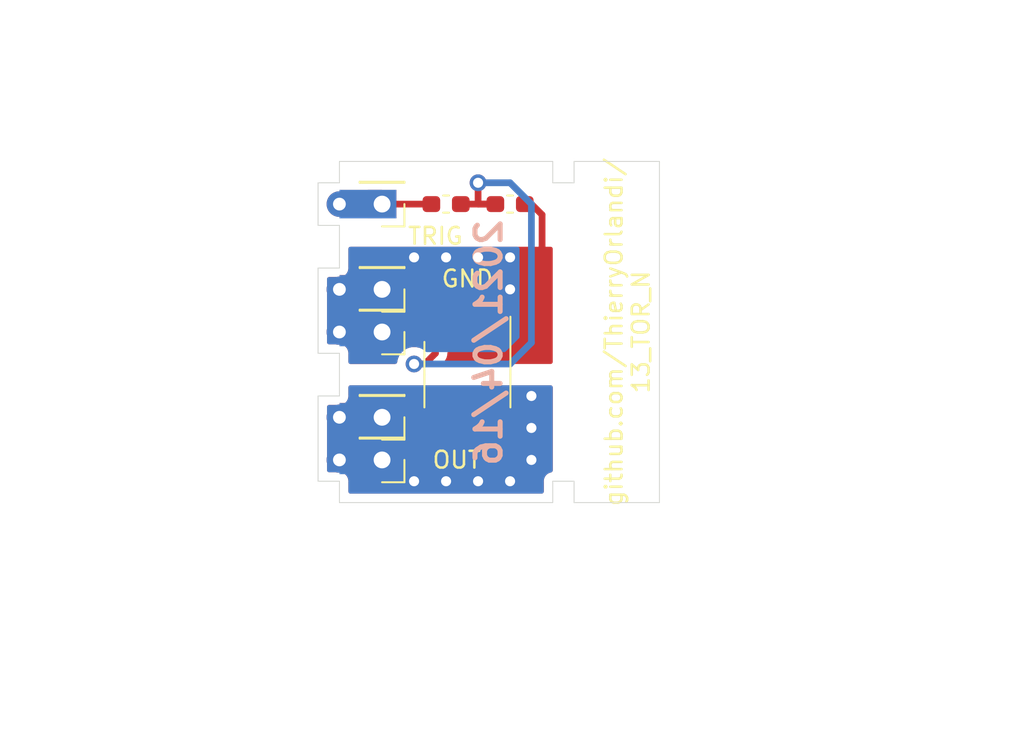
<source format=kicad_pcb>
(kicad_pcb (version 20171130) (host pcbnew "(5.1.9)-1")

  (general
    (thickness 1.6)
    (drawings 57)
    (tracks 76)
    (zones 0)
    (modules 15)
    (nets 5)
  )

  (page A4)
  (layers
    (0 F.Cu signal)
    (31 B.Cu signal)
    (32 B.Adhes user hide)
    (33 F.Adhes user hide)
    (34 B.Paste user hide)
    (35 F.Paste user hide)
    (36 B.SilkS user)
    (37 F.SilkS user)
    (38 B.Mask user hide)
    (39 F.Mask user hide)
    (40 Dwgs.User user hide)
    (41 Cmts.User user hide)
    (42 Eco1.User user)
    (43 Eco2.User user hide)
    (44 Edge.Cuts user)
    (45 Margin user hide)
    (46 B.CrtYd user hide)
    (47 F.CrtYd user)
    (48 B.Fab user hide)
    (49 F.Fab user hide)
  )

  (setup
    (last_trace_width 0.4)
    (trace_clearance 0.2)
    (zone_clearance 0.508)
    (zone_45_only no)
    (trace_min 0.2)
    (via_size 1)
    (via_drill 0.6)
    (via_min_size 0.4)
    (via_min_drill 0.3)
    (uvia_size 0.3)
    (uvia_drill 0.1)
    (uvias_allowed no)
    (uvia_min_size 0.2)
    (uvia_min_drill 0.1)
    (edge_width 0.05)
    (segment_width 0.2)
    (pcb_text_width 0.3)
    (pcb_text_size 1.5 1.5)
    (mod_edge_width 0.12)
    (mod_text_size 1 1)
    (mod_text_width 0.15)
    (pad_size 8.5 8.5)
    (pad_drill 4.3)
    (pad_to_mask_clearance 0.05)
    (aux_axis_origin 0 0)
    (grid_origin 104.14 78.74)
    (visible_elements 7FFFFF7F)
    (pcbplotparams
      (layerselection 0x310fc_ffffffff)
      (usegerberextensions false)
      (usegerberattributes true)
      (usegerberadvancedattributes true)
      (creategerberjobfile false)
      (excludeedgelayer false)
      (linewidth 0.100000)
      (plotframeref false)
      (viasonmask false)
      (mode 1)
      (useauxorigin true)
      (hpglpennumber 1)
      (hpglpenspeed 20)
      (hpglpendiameter 15.000000)
      (psnegative false)
      (psa4output false)
      (plotreference true)
      (plotvalue true)
      (plotinvisibletext false)
      (padsonsilk true)
      (subtractmaskfromsilk false)
      (outputformat 1)
      (mirror false)
      (drillshape 0)
      (scaleselection 1)
      (outputdirectory "gerbers/"))
  )

  (net 0 "")
  (net 1 TRIG)
  (net 2 OUT)
  (net 3 "Net-(Q1-Pad4)")
  (net 4 GND)

  (net_class Default "This is the default net class."
    (clearance 0.2)
    (trace_width 0.4)
    (via_dia 1)
    (via_drill 0.6)
    (uvia_dia 0.3)
    (uvia_drill 0.1)
    (add_net GND)
    (add_net "Net-(Q1-Pad4)")
    (add_net OUT)
    (add_net TRIG)
  )

  (net_class demi-gros ""
    (clearance 0.3)
    (trace_width 0.5)
    (via_dia 1)
    (via_drill 0.6)
    (uvia_dia 0.3)
    (uvia_drill 0.1)
  )

  (net_class gros ""
    (clearance 0.3)
    (trace_width 0.8)
    (via_dia 1)
    (via_drill 0.6)
    (uvia_dia 0.3)
    (uvia_drill 0.1)
  )

  (module Chimere:Castellated_conn (layer F.Cu) (tedit 5FD68FCB) (tstamp 606B86F1)
    (at 104.14 71.12 180)
    (descr "Through hole straight pin header, 1x01, 2.54mm pitch, single row + castellated hole")
    (tags "Through hole pin header THT 1x01 2.54mm single row castellated hole")
    (path /606CE97F)
    (fp_text reference J1 (at -3.175 0) (layer F.SilkS) hide
      (effects (font (size 1 1) (thickness 0.15)))
    )
    (fp_text value Conn_01x01 (at 8.89 0) (layer F.Fab)
      (effects (font (size 1 1) (thickness 0.15)))
    )
    (fp_line (start 3.81 -1.27) (end -1.8 -1.27) (layer F.CrtYd) (width 0.05))
    (fp_line (start 3.81 1.27) (end 3.81 -1.27) (layer F.CrtYd) (width 0.05))
    (fp_line (start -1.8 1.27) (end 3.81 1.27) (layer F.CrtYd) (width 0.05))
    (fp_line (start -1.8 -1.27) (end -1.8 1.27) (layer F.CrtYd) (width 0.05))
    (fp_line (start -1.33 -1.33) (end 0 -1.33) (layer F.SilkS) (width 0.12))
    (fp_line (start -1.33 0) (end -1.33 -1.33) (layer F.SilkS) (width 0.12))
    (fp_line (start -1.33 1.27) (end 1.33 1.27) (layer F.SilkS) (width 0.12))
    (fp_line (start 1.33 1.27) (end 1.33 1.33) (layer F.SilkS) (width 0.12))
    (fp_line (start -1.33 1.27) (end -1.33 1.33) (layer F.SilkS) (width 0.12))
    (fp_line (start -1.33 1.33) (end 1.33 1.33) (layer F.SilkS) (width 0.12))
    (fp_line (start -1.27 -0.635) (end -0.635 -1.27) (layer F.Fab) (width 0.1))
    (fp_line (start -1.27 1.27) (end -1.27 -0.635) (layer F.Fab) (width 0.1))
    (fp_line (start 1.27 1.27) (end -1.27 1.27) (layer F.Fab) (width 0.1))
    (fp_line (start 2.54 1.27) (end 1.27 1.27) (layer F.Fab) (width 0.1))
    (fp_line (start -0.635 -1.27) (end 2.54 -1.27) (layer F.Fab) (width 0.1))
    (fp_line (start 2.54 -1.905) (end 2.54 1.905) (layer F.Fab) (width 0.12))
    (fp_text user %R (at 0 0 180) (layer F.Fab)
      (effects (font (size 1 1) (thickness 0.15)))
    )
    (pad 1 smd rect (at 1.27 0 180) (size 2.524 1.7) (layers B.Cu F.Paste F.Mask)
      (net 4 GND))
    (pad 1 smd rect (at 1.27 0 180) (size 2.524 1.7) (layers F.Cu F.Paste F.Mask)
      (net 4 GND))
    (pad 1 thru_hole circle (at 2.54 0 180) (size 1.524 1.524) (drill 0.762) (layers *.Cu *.Mask)
      (net 4 GND))
    (pad 1 thru_hole rect (at 0 0 180) (size 1.7 1.7) (drill 1) (layers *.Cu *.Mask)
      (net 4 GND))
    (model ${KISYS3DMOD}/Connector_PinHeader_2.54mm.3dshapes/PinHeader_1x01_P2.54mm_Vertical.wrl
      (at (xyz 0 0 0))
      (scale (xyz 1 1 1))
      (rotate (xyz 0 0 0))
    )
  )

  (module Chimere:Castellated_conn (layer F.Cu) (tedit 5FD68FCB) (tstamp 606B870A)
    (at 104.14 63.5 180)
    (descr "Through hole straight pin header, 1x01, 2.54mm pitch, single row + castellated hole")
    (tags "Through hole pin header THT 1x01 2.54mm single row castellated hole")
    (path /606D5E52)
    (fp_text reference J2 (at -3.175 0) (layer F.SilkS) hide
      (effects (font (size 1 1) (thickness 0.15)))
    )
    (fp_text value Conn_01x01 (at 8.89 0) (layer F.Fab)
      (effects (font (size 1 1) (thickness 0.15)))
    )
    (fp_line (start 2.54 -1.905) (end 2.54 1.905) (layer F.Fab) (width 0.12))
    (fp_line (start -0.635 -1.27) (end 2.54 -1.27) (layer F.Fab) (width 0.1))
    (fp_line (start 2.54 1.27) (end 1.27 1.27) (layer F.Fab) (width 0.1))
    (fp_line (start 1.27 1.27) (end -1.27 1.27) (layer F.Fab) (width 0.1))
    (fp_line (start -1.27 1.27) (end -1.27 -0.635) (layer F.Fab) (width 0.1))
    (fp_line (start -1.27 -0.635) (end -0.635 -1.27) (layer F.Fab) (width 0.1))
    (fp_line (start -1.33 1.33) (end 1.33 1.33) (layer F.SilkS) (width 0.12))
    (fp_line (start -1.33 1.27) (end -1.33 1.33) (layer F.SilkS) (width 0.12))
    (fp_line (start 1.33 1.27) (end 1.33 1.33) (layer F.SilkS) (width 0.12))
    (fp_line (start -1.33 1.27) (end 1.33 1.27) (layer F.SilkS) (width 0.12))
    (fp_line (start -1.33 0) (end -1.33 -1.33) (layer F.SilkS) (width 0.12))
    (fp_line (start -1.33 -1.33) (end 0 -1.33) (layer F.SilkS) (width 0.12))
    (fp_line (start -1.8 -1.27) (end -1.8 1.27) (layer F.CrtYd) (width 0.05))
    (fp_line (start -1.8 1.27) (end 3.81 1.27) (layer F.CrtYd) (width 0.05))
    (fp_line (start 3.81 1.27) (end 3.81 -1.27) (layer F.CrtYd) (width 0.05))
    (fp_line (start 3.81 -1.27) (end -1.8 -1.27) (layer F.CrtYd) (width 0.05))
    (fp_text user %R (at 0 0 180) (layer F.Fab)
      (effects (font (size 1 1) (thickness 0.15)))
    )
    (pad 1 thru_hole rect (at 0 0 180) (size 1.7 1.7) (drill 1) (layers *.Cu *.Mask)
      (net 1 TRIG))
    (pad 1 thru_hole circle (at 2.54 0 180) (size 1.524 1.524) (drill 0.762) (layers *.Cu *.Mask)
      (net 1 TRIG))
    (pad 1 smd rect (at 1.27 0 180) (size 2.524 1.7) (layers F.Cu F.Paste F.Mask)
      (net 1 TRIG))
    (pad 1 smd rect (at 1.27 0 180) (size 2.524 1.7) (layers B.Cu F.Paste F.Mask)
      (net 1 TRIG))
    (model ${KISYS3DMOD}/Connector_PinHeader_2.54mm.3dshapes/PinHeader_1x01_P2.54mm_Vertical.wrl
      (at (xyz 0 0 0))
      (scale (xyz 1 1 1))
      (rotate (xyz 0 0 0))
    )
  )

  (module Chimere:Castellated_conn (layer F.Cu) (tedit 5FD68FCB) (tstamp 606B8723)
    (at 104.14 76.2 180)
    (descr "Through hole straight pin header, 1x01, 2.54mm pitch, single row + castellated hole")
    (tags "Through hole pin header THT 1x01 2.54mm single row castellated hole")
    (path /606CFC19)
    (fp_text reference J3 (at -3.175 0) (layer F.SilkS) hide
      (effects (font (size 1 1) (thickness 0.15)))
    )
    (fp_text value Conn_01x01 (at 8.89 0) (layer F.Fab)
      (effects (font (size 1 1) (thickness 0.15)))
    )
    (fp_line (start 2.54 -1.905) (end 2.54 1.905) (layer F.Fab) (width 0.12))
    (fp_line (start -0.635 -1.27) (end 2.54 -1.27) (layer F.Fab) (width 0.1))
    (fp_line (start 2.54 1.27) (end 1.27 1.27) (layer F.Fab) (width 0.1))
    (fp_line (start 1.27 1.27) (end -1.27 1.27) (layer F.Fab) (width 0.1))
    (fp_line (start -1.27 1.27) (end -1.27 -0.635) (layer F.Fab) (width 0.1))
    (fp_line (start -1.27 -0.635) (end -0.635 -1.27) (layer F.Fab) (width 0.1))
    (fp_line (start -1.33 1.33) (end 1.33 1.33) (layer F.SilkS) (width 0.12))
    (fp_line (start -1.33 1.27) (end -1.33 1.33) (layer F.SilkS) (width 0.12))
    (fp_line (start 1.33 1.27) (end 1.33 1.33) (layer F.SilkS) (width 0.12))
    (fp_line (start -1.33 1.27) (end 1.33 1.27) (layer F.SilkS) (width 0.12))
    (fp_line (start -1.33 0) (end -1.33 -1.33) (layer F.SilkS) (width 0.12))
    (fp_line (start -1.33 -1.33) (end 0 -1.33) (layer F.SilkS) (width 0.12))
    (fp_line (start -1.8 -1.27) (end -1.8 1.27) (layer F.CrtYd) (width 0.05))
    (fp_line (start -1.8 1.27) (end 3.81 1.27) (layer F.CrtYd) (width 0.05))
    (fp_line (start 3.81 1.27) (end 3.81 -1.27) (layer F.CrtYd) (width 0.05))
    (fp_line (start 3.81 -1.27) (end -1.8 -1.27) (layer F.CrtYd) (width 0.05))
    (fp_text user %R (at 0 0 180) (layer F.Fab)
      (effects (font (size 1 1) (thickness 0.15)))
    )
    (pad 1 thru_hole rect (at 0 0 180) (size 1.7 1.7) (drill 1) (layers *.Cu *.Mask)
      (net 2 OUT))
    (pad 1 thru_hole circle (at 2.54 0 180) (size 1.524 1.524) (drill 0.762) (layers *.Cu *.Mask)
      (net 2 OUT))
    (pad 1 smd rect (at 1.27 0 180) (size 2.524 1.7) (layers F.Cu F.Paste F.Mask)
      (net 2 OUT))
    (pad 1 smd rect (at 1.27 0 180) (size 2.524 1.7) (layers B.Cu F.Paste F.Mask)
      (net 2 OUT))
    (model ${KISYS3DMOD}/Connector_PinHeader_2.54mm.3dshapes/PinHeader_1x01_P2.54mm_Vertical.wrl
      (at (xyz 0 0 0))
      (scale (xyz 1 1 1))
      (rotate (xyz 0 0 0))
    )
  )

  (module Resistor_SMD:R_0603_1608Metric_Pad1.05x0.95mm_HandSolder (layer F.Cu) (tedit 5B301BBD) (tstamp 60787115)
    (at 111.76 63.5)
    (descr "Resistor SMD 0603 (1608 Metric), square (rectangular) end terminal, IPC_7351 nominal with elongated pad for handsoldering. (Body size source: http://www.tortai-tech.com/upload/download/2011102023233369053.pdf), generated with kicad-footprint-generator")
    (tags "resistor handsolder")
    (path /60784930)
    (attr smd)
    (fp_text reference R1 (at 0 -1.43) (layer F.SilkS) hide
      (effects (font (size 1 1) (thickness 0.15)))
    )
    (fp_text value 100k (at 0 1.43) (layer F.Fab)
      (effects (font (size 1 1) (thickness 0.15)))
    )
    (fp_line (start -0.8 0.4) (end -0.8 -0.4) (layer F.Fab) (width 0.1))
    (fp_line (start -0.8 -0.4) (end 0.8 -0.4) (layer F.Fab) (width 0.1))
    (fp_line (start 0.8 -0.4) (end 0.8 0.4) (layer F.Fab) (width 0.1))
    (fp_line (start 0.8 0.4) (end -0.8 0.4) (layer F.Fab) (width 0.1))
    (fp_line (start -0.171267 -0.51) (end 0.171267 -0.51) (layer F.SilkS) (width 0.12))
    (fp_line (start -0.171267 0.51) (end 0.171267 0.51) (layer F.SilkS) (width 0.12))
    (fp_line (start -1.65 0.73) (end -1.65 -0.73) (layer F.CrtYd) (width 0.05))
    (fp_line (start -1.65 -0.73) (end 1.65 -0.73) (layer F.CrtYd) (width 0.05))
    (fp_line (start 1.65 -0.73) (end 1.65 0.73) (layer F.CrtYd) (width 0.05))
    (fp_line (start 1.65 0.73) (end -1.65 0.73) (layer F.CrtYd) (width 0.05))
    (fp_text user %R (at 0 0) (layer F.Fab)
      (effects (font (size 0.4 0.4) (thickness 0.06)))
    )
    (pad 1 smd roundrect (at -0.875 0) (size 1.05 0.95) (layers F.Cu F.Paste F.Mask) (roundrect_rratio 0.25)
      (net 3 "Net-(Q1-Pad4)"))
    (pad 2 smd roundrect (at 0.875 0) (size 1.05 0.95) (layers F.Cu F.Paste F.Mask) (roundrect_rratio 0.25)
      (net 4 GND))
    (model ${KISYS3DMOD}/Resistor_SMD.3dshapes/R_0603_1608Metric.wrl
      (at (xyz 0 0 0))
      (scale (xyz 1 1 1))
      (rotate (xyz 0 0 0))
    )
  )

  (module Resistor_SMD:R_0603_1608Metric_Pad1.05x0.95mm_HandSolder (layer F.Cu) (tedit 5B301BBD) (tstamp 60787126)
    (at 107.95 63.5)
    (descr "Resistor SMD 0603 (1608 Metric), square (rectangular) end terminal, IPC_7351 nominal with elongated pad for handsoldering. (Body size source: http://www.tortai-tech.com/upload/download/2011102023233369053.pdf), generated with kicad-footprint-generator")
    (tags "resistor handsolder")
    (path /60785BC5)
    (attr smd)
    (fp_text reference R2 (at 0 -1.43) (layer F.SilkS) hide
      (effects (font (size 1 1) (thickness 0.15)))
    )
    (fp_text value 100 (at 0 1.43) (layer F.Fab)
      (effects (font (size 1 1) (thickness 0.15)))
    )
    (fp_line (start 1.65 0.73) (end -1.65 0.73) (layer F.CrtYd) (width 0.05))
    (fp_line (start 1.65 -0.73) (end 1.65 0.73) (layer F.CrtYd) (width 0.05))
    (fp_line (start -1.65 -0.73) (end 1.65 -0.73) (layer F.CrtYd) (width 0.05))
    (fp_line (start -1.65 0.73) (end -1.65 -0.73) (layer F.CrtYd) (width 0.05))
    (fp_line (start -0.171267 0.51) (end 0.171267 0.51) (layer F.SilkS) (width 0.12))
    (fp_line (start -0.171267 -0.51) (end 0.171267 -0.51) (layer F.SilkS) (width 0.12))
    (fp_line (start 0.8 0.4) (end -0.8 0.4) (layer F.Fab) (width 0.1))
    (fp_line (start 0.8 -0.4) (end 0.8 0.4) (layer F.Fab) (width 0.1))
    (fp_line (start -0.8 -0.4) (end 0.8 -0.4) (layer F.Fab) (width 0.1))
    (fp_line (start -0.8 0.4) (end -0.8 -0.4) (layer F.Fab) (width 0.1))
    (fp_text user %R (at 0 0) (layer F.Fab)
      (effects (font (size 0.4 0.4) (thickness 0.06)))
    )
    (pad 2 smd roundrect (at 0.875 0) (size 1.05 0.95) (layers F.Cu F.Paste F.Mask) (roundrect_rratio 0.25)
      (net 3 "Net-(Q1-Pad4)"))
    (pad 1 smd roundrect (at -0.875 0) (size 1.05 0.95) (layers F.Cu F.Paste F.Mask) (roundrect_rratio 0.25)
      (net 1 TRIG))
    (model ${KISYS3DMOD}/Resistor_SMD.3dshapes/R_0603_1608Metric.wrl
      (at (xyz 0 0 0))
      (scale (xyz 1 1 1))
      (rotate (xyz 0 0 0))
    )
  )

  (module Chimere:Castellated_conn (layer F.Cu) (tedit 5FD68FCB) (tstamp 60787447)
    (at 104.14 68.58 180)
    (descr "Through hole straight pin header, 1x01, 2.54mm pitch, single row + castellated hole")
    (tags "Through hole pin header THT 1x01 2.54mm single row castellated hole")
    (path /6079BCA3)
    (fp_text reference J4 (at -3.175 0) (layer F.SilkS) hide
      (effects (font (size 1 1) (thickness 0.15)))
    )
    (fp_text value Conn_01x01 (at 8.89 0) (layer F.Fab)
      (effects (font (size 1 1) (thickness 0.15)))
    )
    (fp_line (start 3.81 -1.27) (end -1.8 -1.27) (layer F.CrtYd) (width 0.05))
    (fp_line (start 3.81 1.27) (end 3.81 -1.27) (layer F.CrtYd) (width 0.05))
    (fp_line (start -1.8 1.27) (end 3.81 1.27) (layer F.CrtYd) (width 0.05))
    (fp_line (start -1.8 -1.27) (end -1.8 1.27) (layer F.CrtYd) (width 0.05))
    (fp_line (start -1.33 -1.33) (end 0 -1.33) (layer F.SilkS) (width 0.12))
    (fp_line (start -1.33 0) (end -1.33 -1.33) (layer F.SilkS) (width 0.12))
    (fp_line (start -1.33 1.27) (end 1.33 1.27) (layer F.SilkS) (width 0.12))
    (fp_line (start 1.33 1.27) (end 1.33 1.33) (layer F.SilkS) (width 0.12))
    (fp_line (start -1.33 1.27) (end -1.33 1.33) (layer F.SilkS) (width 0.12))
    (fp_line (start -1.33 1.33) (end 1.33 1.33) (layer F.SilkS) (width 0.12))
    (fp_line (start -1.27 -0.635) (end -0.635 -1.27) (layer F.Fab) (width 0.1))
    (fp_line (start -1.27 1.27) (end -1.27 -0.635) (layer F.Fab) (width 0.1))
    (fp_line (start 1.27 1.27) (end -1.27 1.27) (layer F.Fab) (width 0.1))
    (fp_line (start 2.54 1.27) (end 1.27 1.27) (layer F.Fab) (width 0.1))
    (fp_line (start -0.635 -1.27) (end 2.54 -1.27) (layer F.Fab) (width 0.1))
    (fp_line (start 2.54 -1.905) (end 2.54 1.905) (layer F.Fab) (width 0.12))
    (fp_text user %R (at 0 0 180) (layer F.Fab)
      (effects (font (size 1 1) (thickness 0.15)))
    )
    (pad 1 smd rect (at 1.27 0 180) (size 2.524 1.7) (layers B.Cu F.Paste F.Mask)
      (net 4 GND))
    (pad 1 smd rect (at 1.27 0 180) (size 2.524 1.7) (layers F.Cu F.Paste F.Mask)
      (net 4 GND))
    (pad 1 thru_hole circle (at 2.54 0 180) (size 1.524 1.524) (drill 0.762) (layers *.Cu *.Mask)
      (net 4 GND))
    (pad 1 thru_hole rect (at 0 0 180) (size 1.7 1.7) (drill 1) (layers *.Cu *.Mask)
      (net 4 GND))
    (model ${KISYS3DMOD}/Connector_PinHeader_2.54mm.3dshapes/PinHeader_1x01_P2.54mm_Vertical.wrl
      (at (xyz 0 0 0))
      (scale (xyz 1 1 1))
      (rotate (xyz 0 0 0))
    )
  )

  (module Chimere:Castellated_conn (layer F.Cu) (tedit 5FD68FCB) (tstamp 60787460)
    (at 104.14 78.74 180)
    (descr "Through hole straight pin header, 1x01, 2.54mm pitch, single row + castellated hole")
    (tags "Through hole pin header THT 1x01 2.54mm single row castellated hole")
    (path /6079B82F)
    (fp_text reference J5 (at -3.175 0) (layer F.SilkS) hide
      (effects (font (size 1 1) (thickness 0.15)))
    )
    (fp_text value Conn_01x01 (at 8.89 0) (layer F.Fab)
      (effects (font (size 1 1) (thickness 0.15)))
    )
    (fp_line (start 2.54 -1.905) (end 2.54 1.905) (layer F.Fab) (width 0.12))
    (fp_line (start -0.635 -1.27) (end 2.54 -1.27) (layer F.Fab) (width 0.1))
    (fp_line (start 2.54 1.27) (end 1.27 1.27) (layer F.Fab) (width 0.1))
    (fp_line (start 1.27 1.27) (end -1.27 1.27) (layer F.Fab) (width 0.1))
    (fp_line (start -1.27 1.27) (end -1.27 -0.635) (layer F.Fab) (width 0.1))
    (fp_line (start -1.27 -0.635) (end -0.635 -1.27) (layer F.Fab) (width 0.1))
    (fp_line (start -1.33 1.33) (end 1.33 1.33) (layer F.SilkS) (width 0.12))
    (fp_line (start -1.33 1.27) (end -1.33 1.33) (layer F.SilkS) (width 0.12))
    (fp_line (start 1.33 1.27) (end 1.33 1.33) (layer F.SilkS) (width 0.12))
    (fp_line (start -1.33 1.27) (end 1.33 1.27) (layer F.SilkS) (width 0.12))
    (fp_line (start -1.33 0) (end -1.33 -1.33) (layer F.SilkS) (width 0.12))
    (fp_line (start -1.33 -1.33) (end 0 -1.33) (layer F.SilkS) (width 0.12))
    (fp_line (start -1.8 -1.27) (end -1.8 1.27) (layer F.CrtYd) (width 0.05))
    (fp_line (start -1.8 1.27) (end 3.81 1.27) (layer F.CrtYd) (width 0.05))
    (fp_line (start 3.81 1.27) (end 3.81 -1.27) (layer F.CrtYd) (width 0.05))
    (fp_line (start 3.81 -1.27) (end -1.8 -1.27) (layer F.CrtYd) (width 0.05))
    (fp_text user %R (at 0 0 180) (layer F.Fab)
      (effects (font (size 1 1) (thickness 0.15)))
    )
    (pad 1 thru_hole rect (at 0 0 180) (size 1.7 1.7) (drill 1) (layers *.Cu *.Mask)
      (net 2 OUT))
    (pad 1 thru_hole circle (at 2.54 0 180) (size 1.524 1.524) (drill 0.762) (layers *.Cu *.Mask)
      (net 2 OUT))
    (pad 1 smd rect (at 1.27 0 180) (size 2.524 1.7) (layers F.Cu F.Paste F.Mask)
      (net 2 OUT))
    (pad 1 smd rect (at 1.27 0 180) (size 2.524 1.7) (layers B.Cu F.Paste F.Mask)
      (net 2 OUT))
    (model ${KISYS3DMOD}/Connector_PinHeader_2.54mm.3dshapes/PinHeader_1x01_P2.54mm_Vertical.wrl
      (at (xyz 0 0 0))
      (scale (xyz 1 1 1))
      (rotate (xyz 0 0 0))
    )
  )

  (module Chimere:trou (layer F.Cu) (tedit 60783A84) (tstamp 60787E35)
    (at 115.57 63.5)
    (path /607A1C81)
    (fp_text reference H1 (at 0 0.5) (layer F.SilkS) hide
      (effects (font (size 1 1) (thickness 0.15)))
    )
    (fp_text value percage (at 0 -0.5) (layer F.Fab) hide
      (effects (font (size 1 1) (thickness 0.15)))
    )
    (pad "" np_thru_hole circle (at 0 0) (size 1 1) (drill 1) (layers *.Cu *.Mask))
  )

  (module Chimere:trou (layer F.Cu) (tedit 60783A84) (tstamp 60787E3A)
    (at 115.57 66.04)
    (path /607A3C27)
    (fp_text reference H2 (at 0 0.5) (layer F.SilkS) hide
      (effects (font (size 1 1) (thickness 0.15)))
    )
    (fp_text value percage (at 0 -0.5) (layer F.Fab) hide
      (effects (font (size 1 1) (thickness 0.15)))
    )
    (pad "" np_thru_hole circle (at 0 0) (size 1 1) (drill 1) (layers *.Cu *.Mask))
  )

  (module Chimere:trou (layer F.Cu) (tedit 60783A84) (tstamp 60787E44)
    (at 115.57 78.74)
    (path /607A5036)
    (fp_text reference H4 (at 0 0.5) (layer F.SilkS) hide
      (effects (font (size 1 1) (thickness 0.15)))
    )
    (fp_text value percage (at 0 -0.5) (layer F.Fab) hide
      (effects (font (size 1 1) (thickness 0.15)))
    )
    (pad "" np_thru_hole circle (at 0 0) (size 1 1) (drill 1) (layers *.Cu *.Mask))
  )

  (module Chimere:trou (layer F.Cu) (tedit 60783A84) (tstamp 60787E49)
    (at 115.57 71.12)
    (path /607A3404)
    (fp_text reference H5 (at 0 0.5) (layer F.SilkS) hide
      (effects (font (size 1 1) (thickness 0.15)))
    )
    (fp_text value percage (at 0 -0.5) (layer F.Fab) hide
      (effects (font (size 1 1) (thickness 0.15)))
    )
    (pad "" np_thru_hole circle (at 0 0) (size 1 1) (drill 1) (layers *.Cu *.Mask))
  )

  (module Chimere:trou (layer F.Cu) (tedit 60783A84) (tstamp 60787E4E)
    (at 115.57 76.2)
    (path /607A3C2D)
    (fp_text reference H6 (at 0 0.5) (layer F.SilkS) hide
      (effects (font (size 1 1) (thickness 0.15)))
    )
    (fp_text value percage (at 0 -0.5) (layer F.Fab) hide
      (effects (font (size 1 1) (thickness 0.15)))
    )
    (pad "" np_thru_hole circle (at 0 0) (size 1 1) (drill 1) (layers *.Cu *.Mask))
  )

  (module Chimere:trou (layer F.Cu) (tedit 60783A84) (tstamp 60787E53)
    (at 115.57 68.58)
    (path /607A5030)
    (fp_text reference H7 (at 0 0.5) (layer F.SilkS) hide
      (effects (font (size 1 1) (thickness 0.15)))
    )
    (fp_text value percage (at 0 -0.5) (layer F.Fab) hide
      (effects (font (size 1 1) (thickness 0.15)))
    )
    (pad "" np_thru_hole circle (at 0 0) (size 1 1) (drill 1) (layers *.Cu *.Mask))
  )

  (module Chimere:trou (layer F.Cu) (tedit 60783A84) (tstamp 60787E58)
    (at 115.57 73.66)
    (path /607A503C)
    (fp_text reference H8 (at 0 0.5) (layer F.SilkS) hide
      (effects (font (size 1 1) (thickness 0.15)))
    )
    (fp_text value percage (at 0 -0.5) (layer F.Fab) hide
      (effects (font (size 1 1) (thickness 0.15)))
    )
    (pad "" np_thru_hole circle (at 0 0) (size 1 1) (drill 1) (layers *.Cu *.Mask))
  )

  (module Package_SO:SOIC-8_3.9x4.9mm_P1.27mm (layer F.Cu) (tedit 5D9F72B1) (tstamp 60791E40)
    (at 109.22 73.66 270)
    (descr "SOIC, 8 Pin (JEDEC MS-012AA, https://www.analog.com/media/en/package-pcb-resources/package/pkg_pdf/soic_narrow-r/r_8.pdf), generated with kicad-footprint-generator ipc_gullwing_generator.py")
    (tags "SOIC SO")
    (path /6078CBA9)
    (attr smd)
    (fp_text reference Q1 (at 0 -3.4 90) (layer F.SilkS) hide
      (effects (font (size 1 1) (thickness 0.15)))
    )
    (fp_text value FDS8884 (at 0 3.4 90) (layer F.Fab)
      (effects (font (size 1 1) (thickness 0.15)))
    )
    (fp_line (start 3.7 -2.7) (end -3.7 -2.7) (layer F.CrtYd) (width 0.05))
    (fp_line (start 3.7 2.7) (end 3.7 -2.7) (layer F.CrtYd) (width 0.05))
    (fp_line (start -3.7 2.7) (end 3.7 2.7) (layer F.CrtYd) (width 0.05))
    (fp_line (start -3.7 -2.7) (end -3.7 2.7) (layer F.CrtYd) (width 0.05))
    (fp_line (start -1.95 -1.475) (end -0.975 -2.45) (layer F.Fab) (width 0.1))
    (fp_line (start -1.95 2.45) (end -1.95 -1.475) (layer F.Fab) (width 0.1))
    (fp_line (start 1.95 2.45) (end -1.95 2.45) (layer F.Fab) (width 0.1))
    (fp_line (start 1.95 -2.45) (end 1.95 2.45) (layer F.Fab) (width 0.1))
    (fp_line (start -0.975 -2.45) (end 1.95 -2.45) (layer F.Fab) (width 0.1))
    (fp_line (start 0 -2.56) (end -3.45 -2.56) (layer F.SilkS) (width 0.12))
    (fp_line (start 0 -2.56) (end 1.95 -2.56) (layer F.SilkS) (width 0.12))
    (fp_line (start 0 2.56) (end -1.95 2.56) (layer F.SilkS) (width 0.12))
    (fp_line (start 0 2.56) (end 1.95 2.56) (layer F.SilkS) (width 0.12))
    (fp_text user %R (at 0 0 90) (layer F.Fab)
      (effects (font (size 0.98 0.98) (thickness 0.15)))
    )
    (pad 1 smd roundrect (at -2.475 -1.905 270) (size 1.95 0.6) (layers F.Cu F.Paste F.Mask) (roundrect_rratio 0.25)
      (net 4 GND))
    (pad 2 smd roundrect (at -2.475 -0.635 270) (size 1.95 0.6) (layers F.Cu F.Paste F.Mask) (roundrect_rratio 0.25)
      (net 4 GND))
    (pad 3 smd roundrect (at -2.475 0.635 270) (size 1.95 0.6) (layers F.Cu F.Paste F.Mask) (roundrect_rratio 0.25)
      (net 4 GND))
    (pad 4 smd roundrect (at -2.475 1.905 270) (size 1.95 0.6) (layers F.Cu F.Paste F.Mask) (roundrect_rratio 0.25)
      (net 3 "Net-(Q1-Pad4)"))
    (pad 5 smd roundrect (at 2.475 1.905 270) (size 1.95 0.6) (layers F.Cu F.Paste F.Mask) (roundrect_rratio 0.25)
      (net 2 OUT))
    (pad 6 smd roundrect (at 2.475 0.635 270) (size 1.95 0.6) (layers F.Cu F.Paste F.Mask) (roundrect_rratio 0.25)
      (net 2 OUT))
    (pad 7 smd roundrect (at 2.475 -0.635 270) (size 1.95 0.6) (layers F.Cu F.Paste F.Mask) (roundrect_rratio 0.25)
      (net 2 OUT))
    (pad 8 smd roundrect (at 2.475 -1.905 270) (size 1.95 0.6) (layers F.Cu F.Paste F.Mask) (roundrect_rratio 0.25)
      (net 2 OUT))
    (model ${KISYS3DMOD}/Package_SO.3dshapes/SOIC-8_3.9x4.9mm_P1.27mm.wrl
      (at (xyz 0 0 0))
      (scale (xyz 1 1 1))
      (rotate (xyz 0 0 0))
    )
  )

  (dimension 5.08 (width 0.15) (layer Eco1.User)
    (gr_text "5,080 mm" (at 118.11 96.55) (layer Eco1.User)
      (effects (font (size 1 1) (thickness 0.15)))
    )
    (feature1 (pts (xy 120.65 81.915) (xy 120.65 95.836421)))
    (feature2 (pts (xy 115.57 81.915) (xy 115.57 95.836421)))
    (crossbar (pts (xy 115.57 95.25) (xy 120.65 95.25)))
    (arrow1a (pts (xy 120.65 95.25) (xy 119.523496 95.836421)))
    (arrow1b (pts (xy 120.65 95.25) (xy 119.523496 94.663579)))
    (arrow2a (pts (xy 115.57 95.25) (xy 116.696504 95.836421)))
    (arrow2b (pts (xy 115.57 95.25) (xy 116.696504 94.663579)))
  )
  (dimension 1.27 (width 0.15) (layer Eco1.User)
    (gr_text "1,270 mm" (at 114.935 86.39) (layer Eco1.User)
      (effects (font (size 1 1) (thickness 0.15)))
    )
    (feature1 (pts (xy 114.3 82.55) (xy 114.3 85.676421)))
    (feature2 (pts (xy 115.57 82.55) (xy 115.57 85.676421)))
    (crossbar (pts (xy 115.57 85.09) (xy 114.3 85.09)))
    (arrow1a (pts (xy 114.3 85.09) (xy 115.426504 84.503579)))
    (arrow1b (pts (xy 114.3 85.09) (xy 115.426504 85.676421)))
    (arrow2a (pts (xy 115.57 85.09) (xy 114.443496 84.503579)))
    (arrow2b (pts (xy 115.57 85.09) (xy 114.443496 85.676421)))
  )
  (gr_line (start 115.57 60.96) (end 120.65 60.96) (layer Edge.Cuts) (width 0.05) (tstamp 60787A40))
  (gr_line (start 115.57 62.23) (end 115.57 60.96) (layer Edge.Cuts) (width 0.05))
  (gr_line (start 114.3 62.23) (end 115.57 62.23) (layer Edge.Cuts) (width 0.05))
  (gr_line (start 114.3 60.96) (end 114.3 62.23) (layer Edge.Cuts) (width 0.05))
  (gr_line (start 115.57 81.28) (end 120.65 81.28) (layer Edge.Cuts) (width 0.05) (tstamp 60787A3B))
  (gr_line (start 115.57 80.01) (end 115.57 81.28) (layer Edge.Cuts) (width 0.05))
  (gr_line (start 114.3 80.01) (end 115.57 80.01) (layer Edge.Cuts) (width 0.05))
  (gr_line (start 114.3 81.28) (end 114.3 80.01) (layer Edge.Cuts) (width 0.05))
  (gr_line (start 114.3 60.325) (end 114.3 82.55) (layer Eco1.User) (width 0.15))
  (dimension 1.27 (width 0.15) (layer Eco1.User)
    (gr_text "1,270 mm" (at 92.68 61.595 90) (layer Eco1.User)
      (effects (font (size 1 1) (thickness 0.15)))
    )
    (feature1 (pts (xy 99.06 60.96) (xy 93.393579 60.96)))
    (feature2 (pts (xy 99.06 62.23) (xy 93.393579 62.23)))
    (crossbar (pts (xy 93.98 62.23) (xy 93.98 60.96)))
    (arrow1a (pts (xy 93.98 60.96) (xy 94.566421 62.086504)))
    (arrow1b (pts (xy 93.98 60.96) (xy 93.393579 62.086504)))
    (arrow2a (pts (xy 93.98 62.23) (xy 94.566421 61.103496)))
    (arrow2b (pts (xy 93.98 62.23) (xy 93.393579 61.103496)))
  )
  (dimension 2.54 (width 0.15) (layer Eco1.User)
    (gr_text "2,540 mm" (at 90.14 63.5 90) (layer Eco1.User)
      (effects (font (size 1 1) (thickness 0.15)))
    )
    (feature1 (pts (xy 99.06 62.23) (xy 90.853579 62.23)))
    (feature2 (pts (xy 99.06 64.77) (xy 90.853579 64.77)))
    (crossbar (pts (xy 91.44 64.77) (xy 91.44 62.23)))
    (arrow1a (pts (xy 91.44 62.23) (xy 92.026421 63.356504)))
    (arrow1b (pts (xy 91.44 62.23) (xy 90.853579 63.356504)))
    (arrow2a (pts (xy 91.44 64.77) (xy 92.026421 63.643496)))
    (arrow2b (pts (xy 91.44 64.77) (xy 90.853579 63.643496)))
  )
  (dimension 2.54 (width 0.15) (layer Eco1.User)
    (gr_text "2,540 mm" (at 96.49 66.04 90) (layer Eco1.User)
      (effects (font (size 1 1) (thickness 0.15)))
    )
    (feature1 (pts (xy 99.06 64.77) (xy 97.203579 64.77)))
    (feature2 (pts (xy 99.06 67.31) (xy 97.203579 67.31)))
    (crossbar (pts (xy 97.79 67.31) (xy 97.79 64.77)))
    (arrow1a (pts (xy 97.79 64.77) (xy 98.376421 65.896504)))
    (arrow1b (pts (xy 97.79 64.77) (xy 97.203579 65.896504)))
    (arrow2a (pts (xy 97.79 67.31) (xy 98.376421 66.183496)))
    (arrow2b (pts (xy 97.79 67.31) (xy 97.203579 66.183496)))
  )
  (dimension 5.08 (width 0.15) (layer Eco1.User)
    (gr_text "5,080 mm" (at 85.06 69.85 90) (layer Eco1.User)
      (effects (font (size 1 1) (thickness 0.15)))
    )
    (feature1 (pts (xy 99.06 67.31) (xy 85.773579 67.31)))
    (feature2 (pts (xy 99.06 72.39) (xy 85.773579 72.39)))
    (crossbar (pts (xy 86.36 72.39) (xy 86.36 67.31)))
    (arrow1a (pts (xy 86.36 67.31) (xy 86.946421 68.436504)))
    (arrow1b (pts (xy 86.36 67.31) (xy 85.773579 68.436504)))
    (arrow2a (pts (xy 86.36 72.39) (xy 86.946421 71.263496)))
    (arrow2b (pts (xy 86.36 72.39) (xy 85.773579 71.263496)))
  )
  (dimension 2.54 (width 0.15) (layer Eco1.User)
    (gr_text "2,540 mm" (at 88.87 73.66 90) (layer Eco1.User)
      (effects (font (size 1 1) (thickness 0.15)))
    )
    (feature1 (pts (xy 99.06 72.39) (xy 89.583579 72.39)))
    (feature2 (pts (xy 99.06 74.93) (xy 89.583579 74.93)))
    (crossbar (pts (xy 90.17 74.93) (xy 90.17 72.39)))
    (arrow1a (pts (xy 90.17 72.39) (xy 90.756421 73.516504)))
    (arrow1b (pts (xy 90.17 72.39) (xy 89.583579 73.516504)))
    (arrow2a (pts (xy 90.17 74.93) (xy 90.756421 73.803496)))
    (arrow2b (pts (xy 90.17 74.93) (xy 89.583579 73.803496)))
  )
  (dimension 5.08 (width 0.15) (layer Eco1.User)
    (gr_text "5,080 mm" (at 92.68 77.47 90) (layer Eco1.User)
      (effects (font (size 1 1) (thickness 0.15)))
    )
    (feature1 (pts (xy 99.06 74.93) (xy 93.393579 74.93)))
    (feature2 (pts (xy 99.06 80.01) (xy 93.393579 80.01)))
    (crossbar (pts (xy 93.98 80.01) (xy 93.98 74.93)))
    (arrow1a (pts (xy 93.98 74.93) (xy 94.566421 76.056504)))
    (arrow1b (pts (xy 93.98 74.93) (xy 93.393579 76.056504)))
    (arrow2a (pts (xy 93.98 80.01) (xy 94.566421 78.883496)))
    (arrow2b (pts (xy 93.98 80.01) (xy 93.393579 78.883496)))
  )
  (dimension 1.27 (width 0.15) (layer Eco1.User)
    (gr_text "1,270 mm" (at 95.22 80.645 270) (layer Eco1.User)
      (effects (font (size 1 1) (thickness 0.15)))
    )
    (feature1 (pts (xy 99.06 81.28) (xy 95.933579 81.28)))
    (feature2 (pts (xy 99.06 80.01) (xy 95.933579 80.01)))
    (crossbar (pts (xy 96.52 80.01) (xy 96.52 81.28)))
    (arrow1a (pts (xy 96.52 81.28) (xy 95.933579 80.153496)))
    (arrow1b (pts (xy 96.52 81.28) (xy 97.106421 80.153496)))
    (arrow2a (pts (xy 96.52 80.01) (xy 95.933579 81.136504)))
    (arrow2b (pts (xy 96.52 80.01) (xy 97.106421 81.136504)))
  )
  (gr_line (start 101.6 62.23) (end 101.6 60.96) (layer Edge.Cuts) (width 0.05) (tstamp 6078785C))
  (gr_line (start 100.33 62.23) (end 101.6 62.23) (layer Edge.Cuts) (width 0.05))
  (gr_line (start 100.33 64.77) (end 100.33 62.23) (layer Edge.Cuts) (width 0.05))
  (gr_line (start 101.6 64.77) (end 100.33 64.77) (layer Edge.Cuts) (width 0.05))
  (gr_line (start 100.33 72.39) (end 100.33 67.31) (layer Edge.Cuts) (width 0.05) (tstamp 60787858))
  (gr_line (start 101.6 72.39) (end 100.33 72.39) (layer Edge.Cuts) (width 0.05))
  (gr_line (start 101.6 74.93) (end 101.6 72.39) (layer Edge.Cuts) (width 0.05))
  (gr_line (start 100.33 74.93) (end 101.6 74.93) (layer Edge.Cuts) (width 0.05))
  (gr_text OUT (at 108.585 78.74) (layer F.SilkS) (tstamp 6078723A)
    (effects (font (size 1 1) (thickness 0.15)))
  )
  (gr_text TRIG (at 107.315 65.405) (layer F.SilkS) (tstamp 60787238)
    (effects (font (size 1 1) (thickness 0.15)))
  )
  (dimension 20.32 (width 0.15) (layer Eco1.User)
    (gr_text "20,320 mm" (at 110.49 92.74) (layer Eco1.User)
      (effects (font (size 1 1) (thickness 0.15)))
    )
    (feature1 (pts (xy 120.65 82.55) (xy 120.65 92.026421)))
    (feature2 (pts (xy 100.33 82.55) (xy 100.33 92.026421)))
    (crossbar (pts (xy 100.33 91.44) (xy 120.65 91.44)))
    (arrow1a (pts (xy 120.65 91.44) (xy 119.523496 92.026421)))
    (arrow1b (pts (xy 120.65 91.44) (xy 119.523496 90.853579)))
    (arrow2a (pts (xy 100.33 91.44) (xy 101.456504 92.026421)))
    (arrow2b (pts (xy 100.33 91.44) (xy 101.456504 90.853579)))
  )
  (dimension 2.54 (width 0.15) (layer Eco1.User)
    (gr_text "2,540 mm" (at 102.87 52.04) (layer Eco1.User)
      (effects (font (size 1 1) (thickness 0.15)))
    )
    (feature1 (pts (xy 104.14 59.69) (xy 104.14 52.753579)))
    (feature2 (pts (xy 101.6 59.69) (xy 101.6 52.753579)))
    (crossbar (pts (xy 101.6 53.34) (xy 104.14 53.34)))
    (arrow1a (pts (xy 104.14 53.34) (xy 103.013496 53.926421)))
    (arrow1b (pts (xy 104.14 53.34) (xy 103.013496 52.753579)))
    (arrow2a (pts (xy 101.6 53.34) (xy 102.726504 53.926421)))
    (arrow2b (pts (xy 101.6 53.34) (xy 102.726504 52.753579)))
  )
  (dimension 1.27 (width 0.15) (layer Eco1.User)
    (gr_text "1,270 mm" (at 100.965 54.58) (layer Eco1.User)
      (effects (font (size 1 1) (thickness 0.15)))
    )
    (feature1 (pts (xy 101.6 59.69) (xy 101.6 55.293579)))
    (feature2 (pts (xy 100.33 59.69) (xy 100.33 55.293579)))
    (crossbar (pts (xy 100.33 55.88) (xy 101.6 55.88)))
    (arrow1a (pts (xy 101.6 55.88) (xy 100.473496 56.466421)))
    (arrow1b (pts (xy 101.6 55.88) (xy 100.473496 55.293579)))
    (arrow2a (pts (xy 100.33 55.88) (xy 101.456504 56.466421)))
    (arrow2b (pts (xy 100.33 55.88) (xy 101.456504 55.293579)))
  )
  (dimension 20.32 (width 0.15) (layer Eco1.User)
    (gr_text "20,320 mm" (at 141 71.12 90) (layer Eco1.User)
      (effects (font (size 1 1) (thickness 0.15)))
    )
    (feature1 (pts (xy 130.81 60.96) (xy 140.286421 60.96)))
    (feature2 (pts (xy 130.81 81.28) (xy 140.286421 81.28)))
    (crossbar (pts (xy 139.7 81.28) (xy 139.7 60.96)))
    (arrow1a (pts (xy 139.7 60.96) (xy 140.286421 62.086504)))
    (arrow1b (pts (xy 139.7 60.96) (xy 139.113579 62.086504)))
    (arrow2a (pts (xy 139.7 81.28) (xy 140.286421 80.153496)))
    (arrow2b (pts (xy 139.7 81.28) (xy 139.113579 80.153496)))
  )
  (gr_text GND (at 109.22 67.945) (layer F.SilkS)
    (effects (font (size 1 1) (thickness 0.15)))
  )
  (gr_line (start 120.65 60.96) (end 120.65 81.28) (layer Edge.Cuts) (width 0.05))
  (gr_line (start 101.6 60.96) (end 114.3 60.96) (layer Edge.Cuts) (width 0.05))
  (gr_line (start 101.6 80.01) (end 101.6 81.28) (layer Edge.Cuts) (width 0.05))
  (gr_line (start 100.33 80.01) (end 101.6 80.01) (layer Edge.Cuts) (width 0.05))
  (gr_line (start 101.6 64.77) (end 101.6 67.31) (layer Edge.Cuts) (width 0.05) (tstamp 601F197E))
  (gr_line (start 101.6 67.31) (end 100.33 67.31) (layer Edge.Cuts) (width 0.05))
  (gr_text "github.com/ThierryOrlandi/\n13_TOR_N" (at 118.745 71.12 90) (layer F.SilkS)
    (effects (font (size 1 1) (thickness 0.15)))
  )
  (gr_line (start 114.3 81.28) (end 101.6 81.28) (layer Edge.Cuts) (width 0.05) (tstamp 5FE22F2E))
  (gr_line (start 100.33 80.01) (end 100.33 74.93) (layer Edge.Cuts) (width 0.05))
  (gr_line (start 143.1925 57.785) (end 143.1925 141.5415) (layer Dwgs.User) (width 0.15))
  (gr_line (start 91.3515 94.4245) (end 207.3275 94.4245) (layer Dwgs.User) (width 0.15))
  (dimension 36.557 (width 0.15) (layer Dwgs.User)
    (gr_text "36,557 mm" (at 76.424 76.146 270) (layer Dwgs.User)
      (effects (font (size 1 1) (thickness 0.15)))
    )
    (feature1 (pts (xy 91.3515 94.4245) (xy 77.137579 94.4245)))
    (feature2 (pts (xy 91.3515 57.8675) (xy 77.137579 57.8675)))
    (crossbar (pts (xy 77.724 57.8675) (xy 77.724 94.4245)))
    (arrow1a (pts (xy 77.724 94.4245) (xy 77.137579 93.297996)))
    (arrow1b (pts (xy 77.724 94.4245) (xy 78.310421 93.297996)))
    (arrow2a (pts (xy 77.724 57.8675) (xy 77.137579 58.994004)))
    (arrow2b (pts (xy 77.724 57.8675) (xy 78.310421 58.994004)))
  )
  (dimension 51.816 (width 0.15) (layer Dwgs.User)
    (gr_text "51,816 mm" (at 117.2845 48.357) (layer Dwgs.User)
      (effects (font (size 1 1) (thickness 0.15)))
    )
    (feature1 (pts (xy 143.1925 57.8485) (xy 143.1925 49.070579)))
    (feature2 (pts (xy 91.3765 57.8485) (xy 91.3765 49.070579)))
    (crossbar (pts (xy 91.3765 49.657) (xy 143.1925 49.657)))
    (arrow1a (pts (xy 143.1925 49.657) (xy 142.065996 50.243421)))
    (arrow1b (pts (xy 143.1925 49.657) (xy 142.065996 49.070579)))
    (arrow2a (pts (xy 91.3765 49.657) (xy 92.503004 50.243421)))
    (arrow2b (pts (xy 91.3765 49.657) (xy 92.503004 49.070579)))
  )
  (dimension 73.018999 (width 0.15) (layer Dwgs.User)
    (gr_text "73,019 mm" (at 88.108 94.357999 270) (layer Dwgs.User)
      (effects (font (size 1 1) (thickness 0.15)))
    )
    (feature1 (pts (xy 91.3765 130.867499) (xy 88.821579 130.867499)))
    (feature2 (pts (xy 91.3765 57.8485) (xy 88.821579 57.8485)))
    (crossbar (pts (xy 89.408 57.8485) (xy 89.408 130.867499)))
    (arrow1a (pts (xy 89.408 130.867499) (xy 88.821579 129.740995)))
    (arrow1b (pts (xy 89.408 130.867499) (xy 89.994421 129.740995)))
    (arrow2a (pts (xy 89.408 57.8485) (xy 88.821579 58.975004)))
    (arrow2b (pts (xy 89.408 57.8485) (xy 89.994421 58.975004)))
  )
  (dimension 103.575 (width 0.15) (layer Dwgs.User)
    (gr_text "103,575 mm" (at 143.164 45.817) (layer Dwgs.User)
      (effects (font (size 1 1) (thickness 0.15)))
    )
    (feature1 (pts (xy 194.9515 57.8485) (xy 194.9515 46.530579)))
    (feature2 (pts (xy 91.3765 57.8485) (xy 91.3765 46.530579)))
    (crossbar (pts (xy 91.3765 47.117) (xy 194.9515 47.117)))
    (arrow1a (pts (xy 194.9515 47.117) (xy 193.824996 47.703421)))
    (arrow1b (pts (xy 194.9515 47.117) (xy 193.824996 46.530579)))
    (arrow2a (pts (xy 91.3765 47.117) (xy 92.503004 47.703421)))
    (arrow2b (pts (xy 91.3765 47.117) (xy 92.503004 46.530579)))
  )
  (gr_text 2021/04/16 (at 110.49 71.755 90) (layer B.SilkS) (tstamp 5F31397C)
    (effects (font (size 1.5 1.5) (thickness 0.3)) (justify mirror))
  )
  (gr_line (start 187.0075 51.562) (end 187.0075 152.654) (layer Dwgs.User) (width 0.15))
  (gr_line (start 187.0075 82.8675) (end 187.0075 51.562) (layer Dwgs.User) (width 0.15))
  (gr_line (start 99.2505 28.956) (end 99.2505 144.7165) (layer Dwgs.User) (width 0.15))
  (gr_line (start 99.2505 82.7405) (end 99.2505 28.956) (layer Dwgs.User) (width 0.15))
  (gr_line (start 132.7785 61.214) (end 196.342 61.214) (layer Dwgs.User) (width 0.15))
  (gr_line (start 145.288 51.562) (end 135.382 51.562) (layer Dwgs.User) (width 0.15))
  (gr_line (start 145.288 75.1205) (end 145.288 51.562) (layer Dwgs.User) (width 0.15))
  (gr_line (start 135.3185 75.057) (end 135.3185 51.308) (layer Dwgs.User) (width 0.15))

  (segment (start 102.87 63.5) (end 104.14 63.5) (width 0.4) (layer B.Cu) (net 1))
  (segment (start 102.87 63.5) (end 101.6 63.5) (width 0.4) (layer F.Cu) (net 1))
  (segment (start 102.87 63.5) (end 104.14 63.5) (width 0.4) (layer F.Cu) (net 1))
  (segment (start 104.14 63.5) (end 107.075 63.5) (width 0.4) (layer F.Cu) (net 1))
  (via (at 113.03 76.835) (size 1) (drill 0.6) (layers F.Cu B.Cu) (net 2))
  (segment (start 111.125 76.135) (end 111.125 78.74) (width 0.4) (layer F.Cu) (net 2))
  (segment (start 109.855 76.135) (end 109.855 78.74) (width 0.4) (layer F.Cu) (net 2))
  (segment (start 109.855 78.74) (end 109.22 78.74) (width 0.4) (layer F.Cu) (net 2))
  (segment (start 111.125 78.74) (end 109.22 78.74) (width 0.4) (layer F.Cu) (net 2))
  (segment (start 108.585 76.135) (end 108.585 78.74) (width 0.4) (layer F.Cu) (net 2))
  (segment (start 109.22 78.74) (end 108.585 78.74) (width 0.4) (layer F.Cu) (net 2))
  (segment (start 107.315 78.74) (end 104.14 78.74) (width 0.4) (layer F.Cu) (net 2))
  (segment (start 107.315 76.135) (end 107.315 78.74) (width 0.4) (layer F.Cu) (net 2))
  (segment (start 108.585 78.74) (end 107.315 78.74) (width 0.4) (layer F.Cu) (net 2))
  (segment (start 101.6 78.74) (end 102.87 78.74) (width 0.4) (layer F.Cu) (net 2))
  (segment (start 101.6 76.2) (end 102.87 76.2) (width 0.4) (layer F.Cu) (net 2))
  (segment (start 102.87 78.74) (end 104.14 78.74) (width 0.4) (layer F.Cu) (net 2))
  (segment (start 102.87 76.2) (end 104.14 76.2) (width 0.4) (layer B.Cu) (net 2))
  (segment (start 102.87 78.74) (end 104.14 78.74) (width 0.4) (layer B.Cu) (net 2))
  (segment (start 102.87 76.2) (end 104.14 76.2) (width 0.4) (layer F.Cu) (net 2))
  (segment (start 104.14 76.2) (end 104.14 78.74) (width 0.4) (layer F.Cu) (net 2))
  (via (at 111.76 80.01) (size 1) (drill 0.6) (layers F.Cu B.Cu) (net 2) (tstamp 60787BA7))
  (via (at 109.855 80.01) (size 1) (drill 0.6) (layers F.Cu B.Cu) (net 2) (tstamp 60787BA9))
  (via (at 107.95 80.01) (size 1) (drill 0.6) (layers F.Cu B.Cu) (net 2) (tstamp 60787BAB))
  (via (at 106.045 80.01) (size 1) (drill 0.6) (layers F.Cu B.Cu) (net 2) (tstamp 60787BAD))
  (via (at 113.03 78.74) (size 1) (drill 0.6) (layers F.Cu B.Cu) (net 2) (tstamp 60787BB3))
  (via (at 113.03 74.93) (size 1) (drill 0.6) (layers F.Cu B.Cu) (net 2) (tstamp 60787BB8))
  (segment (start 113.03 74.93) (end 113.03 76.835) (width 0.4) (layer F.Cu) (net 2))
  (segment (start 113.03 76.835) (end 113.03 78.74) (width 0.4) (layer F.Cu) (net 2))
  (segment (start 106.045 80.01) (end 107.95 80.01) (width 0.4) (layer F.Cu) (net 2))
  (segment (start 107.95 80.01) (end 109.855 80.01) (width 0.4) (layer F.Cu) (net 2))
  (segment (start 109.855 80.01) (end 111.76 80.01) (width 0.4) (layer F.Cu) (net 2))
  (segment (start 111.76 80.01) (end 113.03 78.74) (width 0.4) (layer F.Cu) (net 2))
  (segment (start 109.855 78.74) (end 109.855 80.01) (width 0.4) (layer F.Cu) (net 2))
  (segment (start 108.825 63.5) (end 110.885 63.5) (width 0.4) (layer F.Cu) (net 3))
  (segment (start 107.315 71.185) (end 107.315 72.39) (width 0.4) (layer F.Cu) (net 3))
  (segment (start 107.315 72.39) (end 106.68 73.025) (width 0.4) (layer F.Cu) (net 3))
  (via (at 106.045 73.025) (size 1) (drill 0.6) (layers F.Cu B.Cu) (net 3))
  (segment (start 106.68 73.025) (end 106.045 73.025) (width 0.4) (layer F.Cu) (net 3))
  (via (at 109.855 62.23) (size 1) (drill 0.6) (layers F.Cu B.Cu) (net 3))
  (segment (start 109.855 62.23) (end 109.855 63.5) (width 0.4) (layer F.Cu) (net 3))
  (segment (start 109.855 63.5) (end 110.885 63.5) (width 0.4) (layer F.Cu) (net 3))
  (segment (start 111.76 73.025) (end 113.03 71.755) (width 0.4) (layer B.Cu) (net 3))
  (segment (start 106.045 73.025) (end 111.76 73.025) (width 0.4) (layer B.Cu) (net 3))
  (segment (start 113.03 71.755) (end 113.03 63.5) (width 0.4) (layer B.Cu) (net 3))
  (segment (start 113.03 63.5) (end 111.76 62.23) (width 0.4) (layer B.Cu) (net 3))
  (segment (start 111.76 62.23) (end 109.855 62.23) (width 0.4) (layer B.Cu) (net 3))
  (via (at 106.045 66.675) (size 1) (drill 0.6) (layers F.Cu B.Cu) (net 4))
  (segment (start 111.125 71.185) (end 111.125 68.58) (width 0.4) (layer F.Cu) (net 4))
  (segment (start 109.855 68.58) (end 109.855 71.185) (width 0.4) (layer F.Cu) (net 4))
  (segment (start 108.585 71.185) (end 108.585 68.58) (width 0.4) (layer F.Cu) (net 4))
  (segment (start 108.585 68.58) (end 109.855 68.58) (width 0.4) (layer F.Cu) (net 4))
  (segment (start 102.87 71.12) (end 104.14 71.12) (width 0.4) (layer B.Cu) (net 4))
  (segment (start 102.87 68.58) (end 104.14 68.58) (width 0.4) (layer B.Cu) (net 4))
  (segment (start 101.6 71.12) (end 102.87 71.12) (width 0.4) (layer F.Cu) (net 4))
  (segment (start 102.87 68.58) (end 101.6 68.58) (width 0.4) (layer F.Cu) (net 4))
  (segment (start 102.87 68.58) (end 104.14 68.58) (width 0.4) (layer F.Cu) (net 4))
  (segment (start 102.87 71.12) (end 104.14 71.12) (width 0.4) (layer F.Cu) (net 4))
  (segment (start 104.14 68.58) (end 108.585 68.58) (width 0.4) (layer F.Cu) (net 4))
  (segment (start 112.635 63.5) (end 113.03 63.5) (width 0.4) (layer F.Cu) (net 4))
  (segment (start 113.03 63.5) (end 113.665 64.135) (width 0.4) (layer F.Cu) (net 4))
  (segment (start 113.665 64.135) (end 113.665 66.04) (width 0.4) (layer F.Cu) (net 4))
  (segment (start 104.14 68.58) (end 104.14 71.12) (width 0.4) (layer F.Cu) (net 4))
  (via (at 107.95 66.675) (size 1) (drill 0.6) (layers F.Cu B.Cu) (net 4) (tstamp 60787C1E))
  (via (at 109.855 66.675) (size 1) (drill 0.6) (layers F.Cu B.Cu) (net 4) (tstamp 60787C20))
  (via (at 111.76 66.675) (size 1) (drill 0.6) (layers F.Cu B.Cu) (net 4) (tstamp 60787C22))
  (via (at 111.76 68.58) (size 1) (drill 0.6) (layers F.Cu B.Cu) (net 4) (tstamp 60787C24))
  (segment (start 106.045 66.675) (end 111.76 66.675) (width 0.4) (layer F.Cu) (net 4))
  (segment (start 109.855 66.675) (end 109.855 68.58) (width 0.4) (layer F.Cu) (net 4))
  (segment (start 111.76 68.58) (end 111.125 68.58) (width 0.4) (layer F.Cu) (net 4))
  (segment (start 110.49 68.58) (end 111.76 68.58) (width 0.4) (layer F.Cu) (net 4))
  (segment (start 111.125 68.58) (end 110.49 68.58) (width 0.4) (layer F.Cu) (net 4))
  (segment (start 110.49 68.58) (end 109.855 68.58) (width 0.4) (layer F.Cu) (net 4))
  (segment (start 111.76 68.58) (end 113.03 68.58) (width 0.4) (layer F.Cu) (net 4))
  (segment (start 113.03 68.58) (end 113.665 67.945) (width 0.4) (layer F.Cu) (net 4))
  (segment (start 113.665 67.945) (end 113.665 66.04) (width 0.4) (layer F.Cu) (net 4))

  (zone (net 4) (net_name GND) (layer F.Cu) (tstamp 0) (hatch edge 0.508)
    (connect_pads yes (clearance 0.508))
    (min_thickness 0.254)
    (fill yes (arc_segments 32) (thermal_gap 0.508) (thermal_bridge_width 0.508))
    (polygon
      (pts
        (xy 114.3 73.025) (xy 100.33 73.025) (xy 100.33 66.04) (xy 114.3 66.04)
      )
    )
    (filled_polygon
      (pts
        (xy 114.173 72.898) (xy 107.978288 72.898) (xy 108.012636 72.856146) (xy 108.090172 72.711087) (xy 108.110586 72.643792)
        (xy 108.137918 72.553689) (xy 108.15 72.431019) (xy 108.15 72.431018) (xy 108.15404 72.39) (xy 108.153593 72.385464)
        (xy 108.193084 72.311582) (xy 108.237929 72.163745) (xy 108.253072 72.01) (xy 108.253072 70.36) (xy 108.237929 70.206255)
        (xy 108.193084 70.058418) (xy 108.120258 69.922171) (xy 108.022251 69.802749) (xy 107.902829 69.704742) (xy 107.766582 69.631916)
        (xy 107.618745 69.587071) (xy 107.465 69.571928) (xy 107.165 69.571928) (xy 107.011255 69.587071) (xy 106.863418 69.631916)
        (xy 106.727171 69.704742) (xy 106.607749 69.802749) (xy 106.509742 69.922171) (xy 106.436916 70.058418) (xy 106.392071 70.206255)
        (xy 106.376928 70.36) (xy 106.376928 71.933974) (xy 106.376067 71.933617) (xy 106.156788 71.89) (xy 105.933212 71.89)
        (xy 105.713933 71.933617) (xy 105.507376 72.019176) (xy 105.32148 72.143388) (xy 105.163388 72.30148) (xy 105.039176 72.487376)
        (xy 104.953617 72.693933) (xy 104.913026 72.898) (xy 102.26 72.898) (xy 102.26 72.422418) (xy 102.263193 72.39)
        (xy 102.25045 72.260617) (xy 102.21271 72.136207) (xy 102.151425 72.02155) (xy 102.068948 71.921052) (xy 101.96845 71.838575)
        (xy 101.853793 71.77729) (xy 101.729383 71.73955) (xy 101.632419 71.73) (xy 101.6 71.726807) (xy 101.567581 71.73)
        (xy 100.99 71.73) (xy 100.99 67.97) (xy 101.567581 67.97) (xy 101.6 67.973193) (xy 101.632419 67.97)
        (xy 101.729383 67.96045) (xy 101.853793 67.92271) (xy 101.96845 67.861425) (xy 102.068948 67.778948) (xy 102.151425 67.67845)
        (xy 102.21271 67.563793) (xy 102.25045 67.439383) (xy 102.263193 67.31) (xy 102.26 67.277581) (xy 102.26 66.167)
        (xy 114.173 66.167)
      )
    )
  )
  (zone (net 2) (net_name OUT) (layer F.Cu) (tstamp 0) (hatch edge 0.508)
    (connect_pads yes (clearance 0.508))
    (min_thickness 0.254)
    (fill yes (arc_segments 32) (thermal_gap 0.508) (thermal_bridge_width 0.508))
    (polygon
      (pts
        (xy 114.3 81.28) (xy 100.33 81.28) (xy 100.33 74.295) (xy 114.3 74.295)
      )
    )
    (filled_polygon
      (pts
        (xy 114.173 79.359315) (xy 114.170617 79.35955) (xy 114.046207 79.39729) (xy 113.93155 79.458575) (xy 113.831052 79.541052)
        (xy 113.748575 79.64155) (xy 113.68729 79.756207) (xy 113.64955 79.880617) (xy 113.636807 80.01) (xy 113.640001 80.042429)
        (xy 113.640001 80.62) (xy 102.26 80.62) (xy 102.26 80.042418) (xy 102.263193 80.01) (xy 102.25045 79.880617)
        (xy 102.21271 79.756207) (xy 102.151425 79.64155) (xy 102.068948 79.541052) (xy 101.96845 79.458575) (xy 101.853793 79.39729)
        (xy 101.729383 79.35955) (xy 101.632419 79.35) (xy 101.6 79.346807) (xy 101.567581 79.35) (xy 100.99 79.35)
        (xy 100.99 75.59) (xy 101.567581 75.59) (xy 101.6 75.593193) (xy 101.632419 75.59) (xy 101.729383 75.58045)
        (xy 101.853793 75.54271) (xy 101.96845 75.481425) (xy 102.068948 75.398948) (xy 102.151425 75.29845) (xy 102.21271 75.183793)
        (xy 102.25045 75.059383) (xy 102.263193 74.93) (xy 102.26 74.897581) (xy 102.26 74.422) (xy 114.173 74.422)
      )
    )
  )
  (zone (net 2) (net_name OUT) (layer B.Cu) (tstamp 60787B58) (hatch edge 0.508)
    (connect_pads yes (clearance 0.508))
    (min_thickness 0.254)
    (fill yes (arc_segments 32) (thermal_gap 0.508) (thermal_bridge_width 0.508))
    (polygon
      (pts
        (xy 114.3 81.28) (xy 100.33 81.28) (xy 100.33 74.295) (xy 114.3 74.295)
      )
    )
    (filled_polygon
      (pts
        (xy 114.173 79.359315) (xy 114.170617 79.35955) (xy 114.046207 79.39729) (xy 113.93155 79.458575) (xy 113.831052 79.541052)
        (xy 113.748575 79.64155) (xy 113.68729 79.756207) (xy 113.64955 79.880617) (xy 113.636807 80.01) (xy 113.640001 80.042429)
        (xy 113.640001 80.62) (xy 102.26 80.62) (xy 102.26 80.042418) (xy 102.263193 80.01) (xy 102.25045 79.880617)
        (xy 102.21271 79.756207) (xy 102.151425 79.64155) (xy 102.068948 79.541052) (xy 101.96845 79.458575) (xy 101.853793 79.39729)
        (xy 101.729383 79.35955) (xy 101.632419 79.35) (xy 101.6 79.346807) (xy 101.567581 79.35) (xy 100.99 79.35)
        (xy 100.99 75.59) (xy 101.567581 75.59) (xy 101.6 75.593193) (xy 101.632419 75.59) (xy 101.729383 75.58045)
        (xy 101.853793 75.54271) (xy 101.96845 75.481425) (xy 102.068948 75.398948) (xy 102.151425 75.29845) (xy 102.21271 75.183793)
        (xy 102.25045 75.059383) (xy 102.263193 74.93) (xy 102.26 74.897581) (xy 102.26 74.422) (xy 114.173 74.422)
      )
    )
  )
  (zone (net 4) (net_name GND) (layer B.Cu) (tstamp 60787B5D) (hatch edge 0.508)
    (connect_pads yes (clearance 0.508))
    (min_thickness 0.254)
    (fill yes (arc_segments 32) (thermal_gap 0.508) (thermal_bridge_width 0.508))
    (polygon
      (pts
        (xy 114.3 73.025) (xy 100.33 73.025) (xy 100.33 66.04) (xy 114.3 66.04)
      )
    )
    (filled_polygon
      (pts
        (xy 112.195 71.409132) (xy 111.414133 72.19) (xy 106.815132 72.19) (xy 106.76852 72.143388) (xy 106.582624 72.019176)
        (xy 106.376067 71.933617) (xy 106.156788 71.89) (xy 105.933212 71.89) (xy 105.713933 71.933617) (xy 105.507376 72.019176)
        (xy 105.32148 72.143388) (xy 105.163388 72.30148) (xy 105.039176 72.487376) (xy 104.953617 72.693933) (xy 104.913026 72.898)
        (xy 102.26 72.898) (xy 102.26 72.422418) (xy 102.263193 72.39) (xy 102.25045 72.260617) (xy 102.21271 72.136207)
        (xy 102.151425 72.02155) (xy 102.068948 71.921052) (xy 101.96845 71.838575) (xy 101.853793 71.77729) (xy 101.729383 71.73955)
        (xy 101.632419 71.73) (xy 101.6 71.726807) (xy 101.567581 71.73) (xy 100.99 71.73) (xy 100.99 67.97)
        (xy 101.567581 67.97) (xy 101.6 67.973193) (xy 101.632419 67.97) (xy 101.729383 67.96045) (xy 101.853793 67.92271)
        (xy 101.96845 67.861425) (xy 102.068948 67.778948) (xy 102.151425 67.67845) (xy 102.21271 67.563793) (xy 102.25045 67.439383)
        (xy 102.263193 67.31) (xy 102.26 67.277581) (xy 102.26 66.167) (xy 112.195001 66.167)
      )
    )
  )
)

</source>
